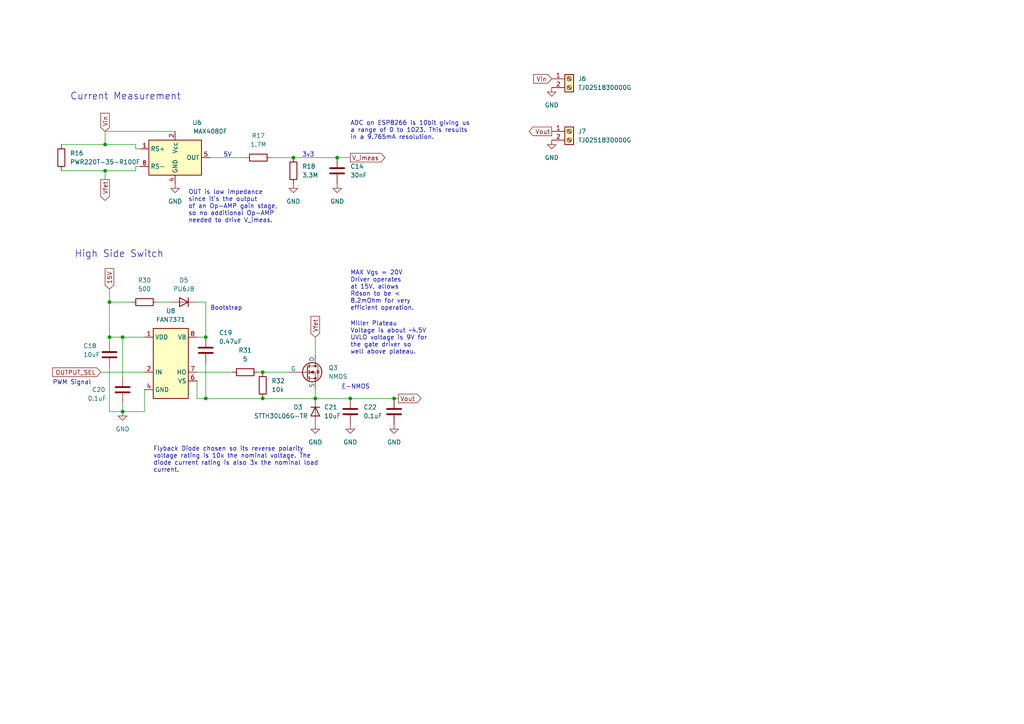
<source format=kicad_sch>
(kicad_sch (version 20230121) (generator eeschema)
  (paper "A4")
  (title_block (title "Local High Side Switch and Current Measurement Circuit"))
  (lib_symbols
    (symbol "Amplifier_Current:MAX4080F"
      (property "Reference" "U" (at -7.62 6.35 0))
      (property "Value" "MAX4080F" (at 2.54 6.35 0))
      (symbol "MAX4080F_0_1"
        (rectangle (start -7.62 5.08) (end 7.62 -5.08) (stroke (width 0.254)) (fill (type background)))
      )
      (symbol "MAX4080F_1_1"
        (pin input line (at -10.16 2.54 0) (length 2.54) (name "RS+") (number "1"))
        (pin power_in line (at 0 7.62 270) (length 2.54) (name "Vcc") (number "2"))
        (pin no_connect line (at 2.54 -5.08 90) (length 2.54) hide (name "NC") (number "3"))
        (pin power_in line (at 0 -7.62 90) (length 2.54) (name "GND") (number "4"))
        (pin output line (at 10.16 0 180) (length 2.54) (name "OUT") (number "5"))
        (pin no_connect line (at 5.08 -5.08 90) (length 2.54) hide (name "NC") (number "6"))
        (pin no_connect line (at 7.62 -5.08 90) (length 2.54) hide (name "NC") (number "7"))
        (pin input line (at -10.16 -2.54 0) (length 2.54) (name "RS-") (number "8"))
      )
    )
    (symbol "Connector:Screw_Terminal_01x02" (pin_names (offset 1.016) hide)
      (property "Reference" "J" (at 0 2.54 0))
      (property "Value" "Screw_Terminal_01x02" (at 0 -5.08 0))
      (symbol "Screw_Terminal_01x02_1_1"
        (rectangle (start -1.27 1.27) (end 1.27 -3.81) (stroke (width 0.254)) (fill (type background)))
        (circle (center 0 -2.54) (radius 0.635) (stroke (width 0.1524)))
        (polyline (pts (xy -0.5334 -2.2098) (xy 0.3302 -3.048)) (stroke (width 0.1524)))
        (polyline (pts (xy -0.5334 0.3302) (xy 0.3302 -0.508)) (stroke (width 0.1524)))
        (polyline (pts (xy -0.3556 -2.032) (xy 0.508 -2.8702)) (stroke (width 0.1524)))
        (polyline (pts (xy -0.3556 0.508) (xy 0.508 -0.3302)) (stroke (width 0.1524)))
        (circle (center 0 0) (radius 0.635) (stroke (width 0.1524)))
        (pin passive line (at -5.08 0 0) (length 3.81) (name "Pin_1") (number "1"))
        (pin passive line (at -5.08 -2.54 0) (length 3.81) (name "Pin_2") (number "2"))
      )
    )
    (symbol "Device:C" (pin_numbers hide) (pin_names (offset 0.254))
      (property "Reference" "C" (at 0.635 2.54 0))
      (property "Value" "C" (at 0.635 -2.54 0))
      (symbol "C_0_1"
        (polyline (pts (xy -2.032 -0.762) (xy 2.032 -0.762)) (stroke (width 0.508)))
        (polyline (pts (xy -2.032 0.762) (xy 2.032 0.762)) (stroke (width 0.508)))
      )
      (symbol "C_1_1"
        (pin passive line (at 0 3.81 270) (length 2.794) (name "~") (number "1"))
        (pin passive line (at 0 -3.81 90) (length 2.794) (name "~") (number "2"))
      )
    )
    (symbol "Device:D" (pin_numbers hide) (pin_names (offset 1.016) hide)
      (property "Reference" "D" (at 0 2.54 0))
      (property "Value" "D" (at 0 -2.54 0))
      (symbol "D_0_1"
        (polyline (pts (xy -1.27 1.27) (xy -1.27 -1.27)) (stroke (width 0.254)))
        (polyline (pts (xy 1.27 0) (xy -1.27 0)))
        (polyline (pts (xy 1.27 1.27) (xy 1.27 -1.27) (xy -1.27 0) (xy 1.27 1.27)) (stroke (width 0.254)))
      )
      (symbol "D_1_1"
        (pin passive line (at -3.81 0 0) (length 2.54) (name "K") (number "1"))
        (pin passive line (at 3.81 0 180) (length 2.54) (name "A") (number "2"))
      )
    )
    (symbol "Device:R" (pin_numbers hide) (pin_names (offset 0))
      (property "Reference" "R" (at 2.032 0 90))
      (property "Value" "R" (at 0 0 90))
      (symbol "R_0_1"
        (rectangle (start -1.016 -2.54) (end 1.016 2.54) (stroke (width 0.254)))
      )
      (symbol "R_1_1"
        (pin passive line (at 0 3.81 270) (length 1.27) (name "~") (number "1"))
        (pin passive line (at 0 -3.81 90) (length 1.27) (name "~") (number "2"))
      )
    )
    (symbol "Driver_FET:FAN7371"
      (property "Reference" "U" (at 0 13.97 0))
      (property "Value" "FAN7371" (at 0 11.43 0))
      (symbol "FAN7371_0_1"
        (rectangle (start -5.08 10.16) (end 5.08 -10.16) (stroke (width 0.254)) (fill (type background)))
      )
      (symbol "FAN7371_1_1"
        (pin power_in line (at -7.62 7.62 0) (length 2.54) (name "VDD") (number "1"))
        (pin input line (at -7.62 -2.54 0) (length 2.54) (name "IN") (number "2"))
        (pin no_connect line (at -5.08 -5.08 0) (length 2.54) hide (name "NC") (number "3"))
        (pin power_in line (at -7.62 -7.62 0) (length 2.54) (name "GND") (number "4"))
        (pin no_connect line (at 5.08 -7.62 180) (length 2.54) hide (name "NC") (number "5"))
        (pin passive line (at 7.62 -5.08 180) (length 2.54) (name "VS") (number "6"))
        (pin output line (at 7.62 -2.54 180) (length 2.54) (name "HO") (number "7"))
        (pin passive line (at 7.62 7.62 180) (length 2.54) (name "VB") (number "8"))
      )
    )
    (symbol "Simulation_SPICE:NMOS" (pin_numbers hide) (pin_names (offset 0))
      (property "Reference" "Q" (at 5.08 1.27 0))
      (property "Value" "NMOS" (at 5.08 -1.27 0))
      (symbol "NMOS_0_1"
        (polyline (pts (xy 0.254 0) (xy -2.54 0)))
        (polyline (pts (xy 0.254 1.905) (xy 0.254 -1.905)) (stroke (width 0.254)))
        (polyline (pts (xy 0.762 -1.27) (xy 0.762 -2.286)) (stroke (width 0.254)))
        (polyline (pts (xy 0.762 0.508) (xy 0.762 -0.508)) (stroke (width 0.254)))
        (polyline (pts (xy 0.762 2.286) (xy 0.762 1.27)) (stroke (width 0.254)))
        (polyline (pts (xy 2.54 2.54) (xy 2.54 1.778)))
        (polyline (pts (xy 2.54 -2.54) (xy 2.54 0) (xy 0.762 0)))
        (polyline (pts (xy 0.762 -1.778) (xy 3.302 -1.778) (xy 3.302 1.778) (xy 0.762 1.778)))
        (polyline (pts (xy 1.016 0) (xy 2.032 0.381) (xy 2.032 -0.381) (xy 1.016 0)) (fill (type outline)))
        (polyline (pts (xy 2.794 0.508) (xy 2.921 0.381) (xy 3.683 0.381) (xy 3.81 0.254)))
        (polyline (pts (xy 3.302 0.381) (xy 2.921 -0.254) (xy 3.683 -0.254) (xy 3.302 0.381)))
        (circle (center 1.651 0) (radius 2.794) (stroke (width 0.254)))
        (circle (center 2.54 -1.778) (radius 0.254) (fill (type outline)))
        (circle (center 2.54 1.778) (radius 0.254) (fill (type outline)))
      )
      (symbol "NMOS_1_1"
        (pin passive line (at 2.54 5.08 270) (length 2.54) (name "D") (number "1"))
        (pin input line (at -5.08 0 0) (length 2.54) (name "G") (number "2"))
        (pin passive line (at 2.54 -5.08 90) (length 2.54) (name "S") (number "3"))
      )
    )
    (symbol "power:GND" (power) (pin_names (offset 0))
      (property "Value" "GND" (at 0 -3.81 0))
      (symbol "GND_0_1"
        (polyline (pts (xy 0 0) (xy 0 -1.27) (xy 1.27 -1.27) (xy 0 -2.54) (xy -1.27 -1.27) (xy 0 -1.27)))
      )
      (symbol "GND_1_1"
        (pin power_in line (at 0 0 270) (length 0) hide (name "GND") (number "1"))
      )
    )
  )
  (junction (at 35.56 119.38))
  (junction (at 114.3 115.57))
  (junction (at 76.2 115.57))
  (junction (at 91.44 115.57))
  (junction (at 59.69 115.57))
  (junction (at 76.2 107.95))
  (junction (at 97.79 45.72))
  (junction (at 85.09 45.72))
  (junction (at 30.48 41.91))
  (junction (at 30.48 49.53))
  (junction (at 31.75 97.79))
  (junction (at 31.75 87.63))
  (junction (at 59.69 97.79))
  (junction (at 101.6 115.57))
  (junction (at 35.56 97.79))
  (wire (pts (xy 35.56 116.84) (xy 35.56 119.38)))
  (wire (pts (xy 31.75 106.68) (xy 31.75 119.38)))
  (wire (pts (xy 40.64 48.26) (xy 39.37 48.26)))
  (wire (pts (xy 57.15 107.95) (xy 67.31 107.95)))
  (wire (pts (xy 85.09 45.72) (xy 78.74 45.72)))
  (wire (pts (xy 35.56 119.38) (xy 41.91 119.38)))
  (wire (pts (xy 91.44 97.79) (xy 91.44 102.87)))
  (wire (pts (xy 39.37 43.18) (xy 39.37 41.91)))
  (wire (pts (xy 97.79 45.72) (xy 101.6 45.72)))
  (wire (pts (xy 76.2 115.57) (xy 91.44 115.57)))
  (wire (pts (xy 31.75 87.63) (xy 31.75 83.82)))
  (wire (pts (xy 59.69 105.41) (xy 59.69 115.57)))
  (wire (pts (xy 50.8 38.1) (xy 30.48 38.1)))
  (wire (pts (xy 57.15 115.57) (xy 59.69 115.57)))
  (wire (pts (xy 74.93 107.95) (xy 76.2 107.95)))
  (wire (pts (xy 91.44 115.57) (xy 101.6 115.57)))
  (wire (pts (xy 45.72 87.63) (xy 49.53 87.63)))
  (wire (pts (xy 35.56 97.79) (xy 35.56 109.22)))
  (wire (pts (xy 39.37 48.26) (xy 39.37 49.53)))
  (wire (pts (xy 31.75 119.38) (xy 35.56 119.38)))
  (wire (pts (xy 39.37 49.53) (xy 30.48 49.53)))
  (wire (pts (xy 85.09 45.72) (xy 97.79 45.72)))
  (wire (pts (xy 41.91 119.38) (xy 41.91 113.03)))
  (wire (pts (xy 115.57 115.57) (xy 114.3 115.57)))
  (wire (pts (xy 30.48 38.1) (xy 30.48 41.91)))
  (wire (pts (xy 57.15 110.49) (xy 57.15 115.57)))
  (wire (pts (xy 59.69 87.63) (xy 59.69 97.79)))
  (wire (pts (xy 91.44 115.57) (xy 91.44 113.03)))
  (wire (pts (xy 60.96 45.72) (xy 71.12 45.72)))
  (wire (pts (xy 17.78 49.53) (xy 30.48 49.53)))
  (wire (pts (xy 29.21 107.95) (xy 41.91 107.95)))
  (wire (pts (xy 31.75 87.63) (xy 38.1 87.63)))
  (wire (pts (xy 31.75 97.79) (xy 31.75 87.63)))
  (wire (pts (xy 35.56 97.79) (xy 41.91 97.79)))
  (wire (pts (xy 39.37 43.18) (xy 40.64 43.18)))
  (wire (pts (xy 39.37 41.91) (xy 30.48 41.91)))
  (wire (pts (xy 31.75 97.79) (xy 35.56 97.79)))
  (wire (pts (xy 17.78 41.91) (xy 30.48 41.91)))
  (wire (pts (xy 59.69 115.57) (xy 76.2 115.57)))
  (wire (pts (xy 101.6 115.57) (xy 114.3 115.57)))
  (wire (pts (xy 30.48 49.53) (xy 30.48 52.07)))
  (wire (pts (xy 57.15 97.79) (xy 59.69 97.79)))
  (wire (pts (xy 57.15 87.63) (xy 59.69 87.63)))
  (wire (pts (xy 31.75 99.06) (xy 31.75 97.79)))
  (wire (pts (xy 76.2 107.95) (xy 83.82 107.95)))
  (text "3v3" (at 87.63 45.72 0) (effects (font (size 1.27 1.27)) (justify left bottom)))
  (text "OUT is low impedance\nsince it's the output\nof an Op-AMP gain stage, \nso no additional Op-AMP \nneeded to drive V_imeas. " (at 54.61 64.77 0) (effects (font (size 1.27 1.27)) (justify left bottom)))
  (text "5V" (at 64.77 45.72 0) (effects (font (size 1.27 1.27)) (justify left bottom)))
  (text "Bootstrap" (at 60.96 90.17 0) (effects (font (size 1.27 1.27)) (justify left bottom)))
  (text "Flyback Diode chosen so its reverse polarity\nvoltage rating is 10x the nominal voltage. The\ndiode current rating is also 3x the nominal load\ncurrent. " (at 44.45 137.16 0) (effects (font (size 1.27 1.27)) (justify left bottom)))
  (text "High Side Switch" (at 21.59 74.93 0) (effects (font (size 2 2)) (justify left bottom)))
  (text "PWM Signal" (at 15.24 111.76 0) (effects (font (size 1.27 1.27)) (justify left bottom)))
  (text "Current Measurement" (at 20.32 29.21 0) (effects (font (size 2 2)) (justify left bottom)))
  (text "MAX Vgs = 20V\nDriver operates\nat 15V, allows \nRdson to be <\n8.2mOhm for very\nefficient operation." (at 101.6 90.17 0) (effects (font (size 1.27 1.27)) (justify left bottom)))
  (text "Miller Plateau \nVoltage is about ~4.5V\nUVLO voltage is 9V for \nthe gate driver so\nwell above plateau. " (at 101.6 102.87 0) (effects (font (size 1.27 1.27)) (justify left bottom)))
  (text "ADC on ESP8266 is 10bit giving us \na range of 0 to 1023. This results\nin a 9.765mA resolution. " (at 101.6 40.64 0) (effects (font (size 1.27 1.27)) (justify left bottom)))
  (text "E-NMOS" (at 99.06 113.03 0) (effects (font (size 1.27 1.27)) (justify left bottom)))
  (global_label "OUTPUT_SEL" (shape input) (at 29.21 107.95 180) (property "Intersheetrefs" "${INTERSHEET_REFS}" (effects hide)))
  (global_label "Vout" (shape output) (at 115.57 115.57 0) (property "Intersheetrefs" "${INTERSHEET_REFS}" (effects hide)))
  (global_label "Vfet" (shape output) (at 30.48 52.07 270) (property "Intersheetrefs" "${INTERSHEET_REFS}" (effects hide)))
  (global_label "Vin" (shape input) (at 160.02 22.86 180) (property "Intersheetrefs" "${INTERSHEET_REFS}" (effects hide)))
  (global_label "15V" (shape input) (at 31.75 83.82 90) (property "Intersheetrefs" "${INTERSHEET_REFS}" (effects hide)))
  (global_label "V_imeas" (shape output) (at 101.6 45.72 0) (property "Intersheetrefs" "${INTERSHEET_REFS}" (effects hide)))
  (global_label "Vin" (shape input) (at 30.48 38.1 90) (property "Intersheetrefs" "${INTERSHEET_REFS}" (effects hide)))
  (global_label "Vfet" (shape input) (at 91.44 97.79 90) (property "Intersheetrefs" "${INTERSHEET_REFS}" (effects hide)))
  (global_label "Vout" (shape output) (at 160.02 38.1 180) (property "Intersheetrefs" "${INTERSHEET_REFS}" (effects hide)))
  (symbol (lib_id "power:GND") (at 101.6 123.19 0) (unit 1)
    (property "Reference" "#PWR031" (effects hide))
    (property "Value" "GND" (at 101.6 128.27 0))
    (instances (project "james_ewing_ee_design_take_home" (path "" (reference "#PWR031") (unit 1)) (path "" (reference "#PWR042") (unit 1))))
  )
  (symbol (lib_id "Amplifier_Current:MAX4080F") (at 50.8 45.72 0) (unit 1)
    (property "Reference" "U6" (at 57.15 35.56 0))
    (property "Value" "MAX4080F" (at 60.96 38.1 0))
    (property "Datasheet" "http://datasheets.maximintegrated.com/en/ds/MAX4080-MAX4081.pdf" (effects hide))
  )
  (symbol (lib_id "Device:C") (at 35.56 113.03 0) (unit 1)
    (property "Reference" "C20" (at 26.67 113.03 0) (effects (justify left)))
    (property "Value" "0.1uF" (at 25.4 115.57 0) (effects (justify left)))
  )
  (symbol (lib_id "Device:R") (at 85.09 49.53 0) (unit 1)
    (property "Reference" "R18" (at 87.63 48.26 0) (effects (justify left)))
    (property "Value" "3.3M" (at 87.63 50.8 0) (effects (justify left)))
  )
  (symbol (lib_id "Device:R") (at 74.93 45.72 270) (unit 1)
    (property "Reference" "R17" (at 74.93 39.37 90))
    (property "Value" "1.7M" (at 74.93 41.91 90))
  )
  (symbol (lib_id "Connector:Screw_Terminal_01x02") (at 165.1 22.86 0) (unit 1)
    (property "Reference" "J6" (at 167.64 22.86 0) (effects (justify left)))
    (property "Value" "TJ0251830000G" (at 167.64 25.4 0) (effects (justify left)))
    (instances (project "james_ewing_ee_design_take_home" (path "" (reference "J6") (unit 1)) (path "" (reference "J7") (unit 1))))
  )
  (symbol (lib_id "Device:R") (at 76.2 111.76 0) (unit 1)
    (property "Reference" "R32" (at 78.74 110.49 0) (effects (justify left)))
    (property "Value" "10k" (at 78.74 113.03 0) (effects (justify left)))
  )
  (symbol (lib_id "power:GND") (at 114.3 123.19 0) (unit 1)
    (property "Reference" "#PWR031" (effects hide))
    (property "Value" "GND" (at 114.3 128.27 0))
    (instances (project "james_ewing_ee_design_take_home" (path "" (reference "#PWR031") (unit 1)) (path "" (reference "#PWR043") (unit 1))))
  )
  (symbol (lib_id "power:GND") (at 50.8 53.34 0) (unit 1)
    (property "Reference" "#PWR023" (effects hide))
    (property "Value" "GND" (at 50.8 58.42 0))
  )
  (symbol (lib_id "Device:C") (at 114.3 119.38 0) (unit 1)
    (property "Reference" "C22" (at 105.41 118.11 0) (effects (justify left)))
    (property "Value" "0.1uF" (at 105.41 120.65 0) (effects (justify left)))
  )
  (symbol (lib_id "Device:R") (at 71.12 107.95 270) (unit 1)
    (property "Reference" "R31" (at 71.12 101.6 90))
    (property "Value" "5" (at 71.12 104.14 90))
  )
  (symbol (lib_id "Simulation_SPICE:NMOS") (at 88.9 107.95 0) (unit 1)
    (property "Reference" "Q3" (at 95.25 106.68 0) (effects (justify left)))
    (property "Value" "NMOS" (at 95.25 109.22 0) (effects (justify left)))
    (property "Datasheet" "https://ngspice.sourceforge.io/docs/ngspice-manual.pdf" (effects hide))
    (property "Sim.Device" "NMOS" (effects hide))
    (property "Sim.Type" "VDMOS" (effects hide))
    (property "Sim.Pins" "1=D 2=G 3=S" (effects hide))
  )
  (symbol (lib_id "Device:D") (at 91.44 119.38 270) (unit 1)
    (property "Reference" "D3" (at 85.09 118.11 90) (effects (justify left)))
    (property "Value" "STTH30L06G-TR" (at 73.66 120.65 90) (effects (justify left)))
    (property "Sim.Device" "D" (effects hide))
    (property "Sim.Pins" "1=K 2=A" (effects hide))
    (instances (project "james_ewing_ee_design_take_home" (path "" (reference "D3") (unit 1)) (path "" (reference "D4") (unit 1))))
  )
  (symbol (lib_id "Device:C") (at 97.79 49.53 0) (unit 1)
    (property "Reference" "C14" (at 101.6 48.26 0) (effects (justify left)))
    (property "Value" "30nF" (at 101.6 50.8 0) (effects (justify left)))
  )
  (symbol (lib_id "power:GND") (at 160.02 40.64 0) (unit 1)
    (property "Reference" "#PWR040" (effects hide))
    (property "Value" "GND" (at 160.02 45.72 0))
  )
  (symbol (lib_id "Driver_FET:FAN7371") (at 49.53 105.41 0) (unit 1)
    (property "Reference" "U8" (at 49.53 90.17 0))
    (property "Value" "FAN7371" (at 49.53 92.71 0))
    (property "Footprint" "Package_SO:SOIC-8_3.9x4.9mm_P1.27mm" (effects hide))
    (property "Datasheet" "https://www.onsemi.com/pub/Collateral/FAN7371-D.pdf" (effects hide))
  )
  (symbol (lib_id "power:GND") (at 35.56 119.38 0) (unit 1)
    (property "Reference" "#PWR041" (effects hide))
    (property "Value" "GND" (at 35.56 124.46 0))
  )
  (symbol (lib_id "Device:C") (at 31.75 102.87 0) (unit 1)
    (property "Reference" "C18" (at 24.13 100.33 0) (effects (justify left)))
    (property "Value" "10uF" (at 24.13 102.87 0) (effects (justify left)))
  )
  (symbol (lib_id "power:GND") (at 160.02 25.4 0) (unit 1)
    (property "Reference" "#PWR036" (effects hide))
    (property "Value" "GND" (at 160.02 30.48 0))
  )
  (symbol (lib_id "Device:R") (at 17.78 45.72 0) (unit 1)
    (property "Reference" "R16" (at 20.32 44.45 0) (effects (justify left)))
    (property "Value" "PWR220T-35-R100F" (at 20.32 46.99 0) (effects (justify left)))
  )
  (symbol (lib_id "Connector:Screw_Terminal_01x02") (at 165.1 38.1 0) (unit 1)
    (property "Reference" "J7" (at 167.64 38.1 0) (effects (justify left)))
    (property "Value" "TJ0251830000G" (at 167.64 40.64 0) (effects (justify left)))
    (instances (project "james_ewing_ee_design_take_home" (path "" (reference "J7") (unit 1)) (path "" (reference "J8") (unit 1))))
  )
  (symbol (lib_id "Device:R") (at 41.91 87.63 270) (unit 1)
    (property "Reference" "R30" (at 41.91 81.28 90))
    (property "Value" "500" (at 41.91 83.82 90))
  )
  (symbol (lib_id "Device:C") (at 59.69 101.6 0) (unit 1)
    (property "Reference" "C19" (at 63.5 96.52 0) (effects (justify left)))
    (property "Value" "0.47uF" (at 63.5 99.06 0) (effects (justify left)))
  )
  (symbol (lib_id "power:GND") (at 91.44 123.19 0) (unit 1)
    (property "Reference" "#PWR031" (effects hide))
    (property "Value" "GND" (at 91.44 128.27 0))
  )
  (symbol (lib_id "power:GND") (at 97.79 53.34 0) (unit 1)
    (property "Reference" "#PWR028" (effects hide))
    (property "Value" "GND" (at 97.79 58.42 0))
  )
  (symbol (lib_id "power:GND") (at 85.09 53.34 0) (unit 1)
    (property "Reference" "#PWR027" (effects hide))
    (property "Value" "GND" (at 85.09 58.42 0))
  )
  (symbol (lib_id "Device:C") (at 101.6 119.38 0) (unit 1)
    (property "Reference" "C21" (at 93.98 118.11 0) (effects (justify left)))
    (property "Value" "10uF" (at 93.98 120.65 0) (effects (justify left)))
  )
  (symbol (lib_id "Device:D") (at 53.34 87.63 180) (unit 1)
    (property "Reference" "D5" (at 53.34 81.28 0))
    (property "Value" "PU6JB" (at 53.34 83.82 0))
    (property "Sim.Device" "D" (effects hide))
    (property "Sim.Pins" "1=K 2=A" (effects hide))
  )
)
</source>
